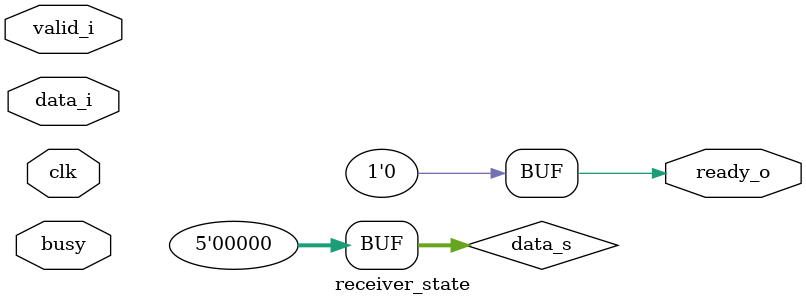
<source format=v>
module receiver_state(
    input wire valid_i,
    input wire [4:0] data_i,
    input wire busy,
    output reg ready_o,
    input wire clk
);
reg [4:0] data_s; 
always @(posedge clk) begin
     if(valid_i && ~busy) begin
        ready_o <= 1;
        data_s = data_i;
    end
end
always @(*) begin
    if (valid_i && busy) begin 
        ready_o =  0;
        data_s = 0;
        end
    else begin
        ready_o = 0;
        data_s = 0;
    end
end

endmodule

</source>
